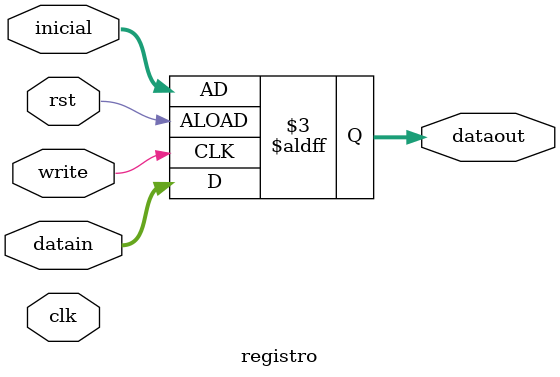
<source format=v>
module registro #(
parameter M=8 //número de bits del registro
)(
input clk,write,rst,
input[M-1:0] datain,
input[M-1:0] inicial,
output reg[M-1:0] dataout
);

initial 
begin
dataout=0;
end		

always@(posedge write, posedge rst)
begin
           if(rst)
            dataout=inicial;
           else
            dataout=datain;
end
endmodule

</source>
